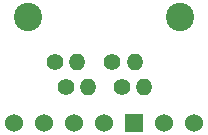
<source format=gbs>
%TF.GenerationSoftware,KiCad,Pcbnew,7.0.1-3b83917a11~172~ubuntu20.04.1*%
%TF.CreationDate,2023-03-30T19:27:05-04:00*%
%TF.ProjectId,I2C-ToF-Companion,4932432d-546f-4462-9d43-6f6d70616e69,rev?*%
%TF.SameCoordinates,Original*%
%TF.FileFunction,Soldermask,Bot*%
%TF.FilePolarity,Negative*%
%FSLAX46Y46*%
G04 Gerber Fmt 4.6, Leading zero omitted, Abs format (unit mm)*
G04 Created by KiCad (PCBNEW 7.0.1-3b83917a11~172~ubuntu20.04.1) date 2023-03-30 19:27:05*
%MOMM*%
%LPD*%
G01*
G04 APERTURE LIST*
%ADD10C,2.400000*%
%ADD11C,1.400000*%
%ADD12O,1.400000X1.400000*%
%ADD13C,1.524000*%
%ADD14R,1.524000X1.524000*%
G04 APERTURE END LIST*
D10*
X154990800Y-71069200D03*
D11*
X145343800Y-77012800D03*
D12*
X147243800Y-77012800D03*
D13*
X156210000Y-80010000D03*
X153670000Y-80010000D03*
D14*
X151130000Y-80010000D03*
D13*
X148590000Y-80010000D03*
X146050000Y-80010000D03*
X143510000Y-80010000D03*
X140970000Y-80010000D03*
D11*
X144412800Y-74904600D03*
D12*
X146312800Y-74904600D03*
D11*
X149285200Y-74904600D03*
D12*
X151185200Y-74904600D03*
D10*
X142189200Y-71069200D03*
D11*
X150114600Y-77012800D03*
D12*
X152014600Y-77012800D03*
M02*

</source>
